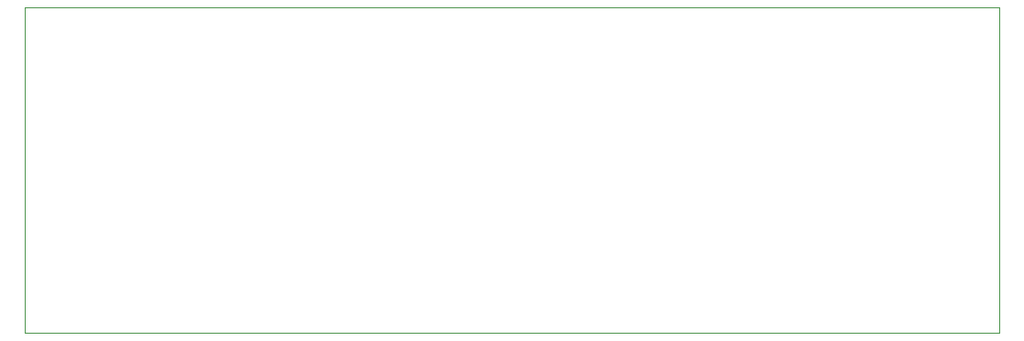
<source format=gko>
%TF.GenerationSoftware,KiCad,Pcbnew,5.1.12-84ad8e8a86~92~ubuntu18.04.1*%
%TF.CreationDate,2023-04-20T21:37:03+02:00*%
%TF.ProjectId,transient-dc-protection,7472616e-7369-4656-9e74-2d64632d7072,rev?*%
%TF.SameCoordinates,Original*%
%TF.FileFunction,Profile,NP*%
%FSLAX46Y46*%
G04 Gerber Fmt 4.6, Leading zero omitted, Abs format (unit mm)*
G04 Created by KiCad (PCBNEW 5.1.12-84ad8e8a86~92~ubuntu18.04.1) date 2023-04-20 21:37:03*
%MOMM*%
%LPD*%
G01*
G04 APERTURE LIST*
%TA.AperFunction,Profile*%
%ADD10C,0.050000*%
%TD*%
G04 APERTURE END LIST*
D10*
X0Y-30000000D02*
X0Y0D01*
X90000000Y-30000000D02*
X0Y-30000000D01*
X90000000Y0D02*
X90000000Y-30000000D01*
X0Y0D02*
X90000000Y0D01*
M02*

</source>
